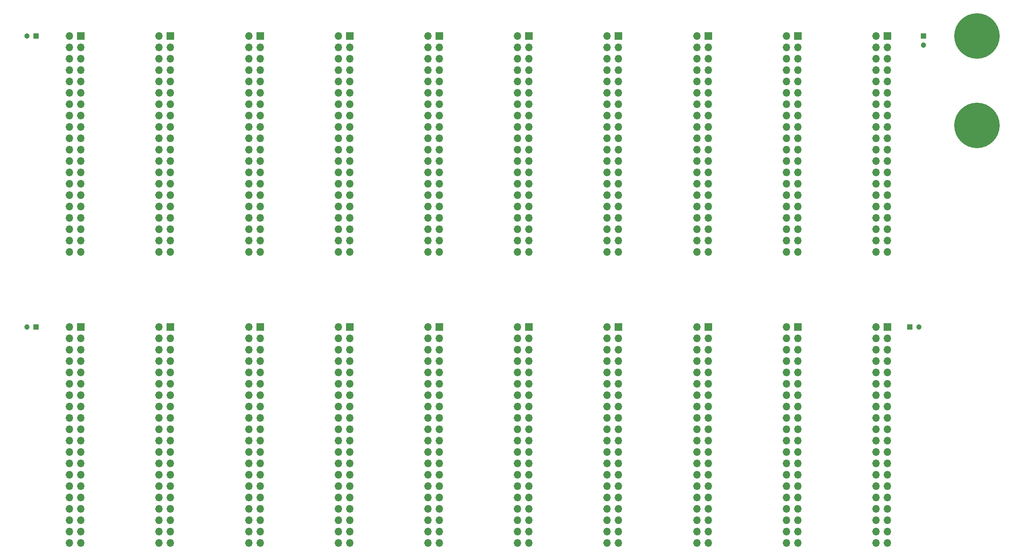
<source format=gbr>
%TF.GenerationSoftware,KiCad,Pcbnew,6.0.2+dfsg-1*%
%TF.CreationDate,2024-02-23T08:38:29-06:00*%
%TF.ProjectId,Backplan2,4261636b-706c-4616-9e32-2e6b69636164,rev?*%
%TF.SameCoordinates,Original*%
%TF.FileFunction,Soldermask,Top*%
%TF.FilePolarity,Negative*%
%FSLAX46Y46*%
G04 Gerber Fmt 4.6, Leading zero omitted, Abs format (unit mm)*
G04 Created by KiCad (PCBNEW 6.0.2+dfsg-1) date 2024-02-23 08:38:29*
%MOMM*%
%LPD*%
G01*
G04 APERTURE LIST*
%ADD10O,1.700000X1.700000*%
%ADD11R,1.700000X1.700000*%
%ADD12R,1.200000X1.200000*%
%ADD13C,1.200000*%
%ADD14C,10.160000*%
G04 APERTURE END LIST*
D10*
%TO.C,J5*%
X72460000Y-78260000D03*
X75000000Y-78260000D03*
X72460000Y-75720000D03*
X75000000Y-75720000D03*
X72460000Y-73180000D03*
X75000000Y-73180000D03*
X72460000Y-70640000D03*
X75000000Y-70640000D03*
X72460000Y-68100000D03*
X75000000Y-68100000D03*
X72460000Y-65560000D03*
X75000000Y-65560000D03*
X72460000Y-63020000D03*
X75000000Y-63020000D03*
X72460000Y-60480000D03*
X75000000Y-60480000D03*
X72460000Y-57940000D03*
X75000000Y-57940000D03*
X72460000Y-55400000D03*
X75000000Y-55400000D03*
X72460000Y-52860000D03*
X75000000Y-52860000D03*
X72460000Y-50320000D03*
X75000000Y-50320000D03*
X72460000Y-47780000D03*
X75000000Y-47780000D03*
X72460000Y-45240000D03*
X75000000Y-45240000D03*
X72460000Y-42700000D03*
X75000000Y-42700000D03*
X72460000Y-40160000D03*
X75000000Y-40160000D03*
X72460000Y-37620000D03*
X75000000Y-37620000D03*
X72460000Y-35080000D03*
X75000000Y-35080000D03*
X72460000Y-32540000D03*
X75000000Y-32540000D03*
X72460000Y-30000000D03*
D11*
X75000000Y-30000000D03*
%TD*%
%TO.C,J7*%
X95000000Y-30000000D03*
D10*
X92460000Y-30000000D03*
X95000000Y-32540000D03*
X92460000Y-32540000D03*
X95000000Y-35080000D03*
X92460000Y-35080000D03*
X95000000Y-37620000D03*
X92460000Y-37620000D03*
X95000000Y-40160000D03*
X92460000Y-40160000D03*
X95000000Y-42700000D03*
X92460000Y-42700000D03*
X95000000Y-45240000D03*
X92460000Y-45240000D03*
X95000000Y-47780000D03*
X92460000Y-47780000D03*
X95000000Y-50320000D03*
X92460000Y-50320000D03*
X95000000Y-52860000D03*
X92460000Y-52860000D03*
X95000000Y-55400000D03*
X92460000Y-55400000D03*
X95000000Y-57940000D03*
X92460000Y-57940000D03*
X95000000Y-60480000D03*
X92460000Y-60480000D03*
X95000000Y-63020000D03*
X92460000Y-63020000D03*
X95000000Y-65560000D03*
X92460000Y-65560000D03*
X95000000Y-68100000D03*
X92460000Y-68100000D03*
X95000000Y-70640000D03*
X92460000Y-70640000D03*
X95000000Y-73180000D03*
X92460000Y-73180000D03*
X95000000Y-75720000D03*
X92460000Y-75720000D03*
X95000000Y-78260000D03*
X92460000Y-78260000D03*
%TD*%
D11*
%TO.C,J4*%
X55000000Y-95000000D03*
D10*
X52460000Y-95000000D03*
X55000000Y-97540000D03*
X52460000Y-97540000D03*
X55000000Y-100080000D03*
X52460000Y-100080000D03*
X55000000Y-102620000D03*
X52460000Y-102620000D03*
X55000000Y-105160000D03*
X52460000Y-105160000D03*
X55000000Y-107700000D03*
X52460000Y-107700000D03*
X55000000Y-110240000D03*
X52460000Y-110240000D03*
X55000000Y-112780000D03*
X52460000Y-112780000D03*
X55000000Y-115320000D03*
X52460000Y-115320000D03*
X55000000Y-117860000D03*
X52460000Y-117860000D03*
X55000000Y-120400000D03*
X52460000Y-120400000D03*
X55000000Y-122940000D03*
X52460000Y-122940000D03*
X55000000Y-125480000D03*
X52460000Y-125480000D03*
X55000000Y-128020000D03*
X52460000Y-128020000D03*
X55000000Y-130560000D03*
X52460000Y-130560000D03*
X55000000Y-133100000D03*
X52460000Y-133100000D03*
X55000000Y-135640000D03*
X52460000Y-135640000D03*
X55000000Y-138180000D03*
X52460000Y-138180000D03*
X55000000Y-140720000D03*
X52460000Y-140720000D03*
X55000000Y-143260000D03*
X52460000Y-143260000D03*
%TD*%
D11*
%TO.C,J6*%
X75000000Y-95000000D03*
D10*
X72460000Y-95000000D03*
X75000000Y-97540000D03*
X72460000Y-97540000D03*
X75000000Y-100080000D03*
X72460000Y-100080000D03*
X75000000Y-102620000D03*
X72460000Y-102620000D03*
X75000000Y-105160000D03*
X72460000Y-105160000D03*
X75000000Y-107700000D03*
X72460000Y-107700000D03*
X75000000Y-110240000D03*
X72460000Y-110240000D03*
X75000000Y-112780000D03*
X72460000Y-112780000D03*
X75000000Y-115320000D03*
X72460000Y-115320000D03*
X75000000Y-117860000D03*
X72460000Y-117860000D03*
X75000000Y-120400000D03*
X72460000Y-120400000D03*
X75000000Y-122940000D03*
X72460000Y-122940000D03*
X75000000Y-125480000D03*
X72460000Y-125480000D03*
X75000000Y-128020000D03*
X72460000Y-128020000D03*
X75000000Y-130560000D03*
X72460000Y-130560000D03*
X75000000Y-133100000D03*
X72460000Y-133100000D03*
X75000000Y-135640000D03*
X72460000Y-135640000D03*
X75000000Y-138180000D03*
X72460000Y-138180000D03*
X75000000Y-140720000D03*
X72460000Y-140720000D03*
X75000000Y-143260000D03*
X72460000Y-143260000D03*
%TD*%
D12*
%TO.C,C3*%
X240000000Y-95000000D03*
D13*
X242000000Y-95000000D03*
%TD*%
D11*
%TO.C,J20*%
X215000000Y-95000000D03*
D10*
X212460000Y-95000000D03*
X215000000Y-97540000D03*
X212460000Y-97540000D03*
X215000000Y-100080000D03*
X212460000Y-100080000D03*
X215000000Y-102620000D03*
X212460000Y-102620000D03*
X215000000Y-105160000D03*
X212460000Y-105160000D03*
X215000000Y-107700000D03*
X212460000Y-107700000D03*
X215000000Y-110240000D03*
X212460000Y-110240000D03*
X215000000Y-112780000D03*
X212460000Y-112780000D03*
X215000000Y-115320000D03*
X212460000Y-115320000D03*
X215000000Y-117860000D03*
X212460000Y-117860000D03*
X215000000Y-120400000D03*
X212460000Y-120400000D03*
X215000000Y-122940000D03*
X212460000Y-122940000D03*
X215000000Y-125480000D03*
X212460000Y-125480000D03*
X215000000Y-128020000D03*
X212460000Y-128020000D03*
X215000000Y-130560000D03*
X212460000Y-130560000D03*
X215000000Y-133100000D03*
X212460000Y-133100000D03*
X215000000Y-135640000D03*
X212460000Y-135640000D03*
X215000000Y-138180000D03*
X212460000Y-138180000D03*
X215000000Y-140720000D03*
X212460000Y-140720000D03*
X215000000Y-143260000D03*
X212460000Y-143260000D03*
%TD*%
D11*
%TO.C,J9*%
X115000000Y-30000000D03*
D10*
X112460000Y-30000000D03*
X115000000Y-32540000D03*
X112460000Y-32540000D03*
X115000000Y-35080000D03*
X112460000Y-35080000D03*
X115000000Y-37620000D03*
X112460000Y-37620000D03*
X115000000Y-40160000D03*
X112460000Y-40160000D03*
X115000000Y-42700000D03*
X112460000Y-42700000D03*
X115000000Y-45240000D03*
X112460000Y-45240000D03*
X115000000Y-47780000D03*
X112460000Y-47780000D03*
X115000000Y-50320000D03*
X112460000Y-50320000D03*
X115000000Y-52860000D03*
X112460000Y-52860000D03*
X115000000Y-55400000D03*
X112460000Y-55400000D03*
X115000000Y-57940000D03*
X112460000Y-57940000D03*
X115000000Y-60480000D03*
X112460000Y-60480000D03*
X115000000Y-63020000D03*
X112460000Y-63020000D03*
X115000000Y-65560000D03*
X112460000Y-65560000D03*
X115000000Y-68100000D03*
X112460000Y-68100000D03*
X115000000Y-70640000D03*
X112460000Y-70640000D03*
X115000000Y-73180000D03*
X112460000Y-73180000D03*
X115000000Y-75720000D03*
X112460000Y-75720000D03*
X115000000Y-78260000D03*
X112460000Y-78260000D03*
%TD*%
D11*
%TO.C,J19*%
X215000000Y-30000000D03*
D10*
X212460000Y-30000000D03*
X215000000Y-32540000D03*
X212460000Y-32540000D03*
X215000000Y-35080000D03*
X212460000Y-35080000D03*
X215000000Y-37620000D03*
X212460000Y-37620000D03*
X215000000Y-40160000D03*
X212460000Y-40160000D03*
X215000000Y-42700000D03*
X212460000Y-42700000D03*
X215000000Y-45240000D03*
X212460000Y-45240000D03*
X215000000Y-47780000D03*
X212460000Y-47780000D03*
X215000000Y-50320000D03*
X212460000Y-50320000D03*
X215000000Y-52860000D03*
X212460000Y-52860000D03*
X215000000Y-55400000D03*
X212460000Y-55400000D03*
X215000000Y-57940000D03*
X212460000Y-57940000D03*
X215000000Y-60480000D03*
X212460000Y-60480000D03*
X215000000Y-63020000D03*
X212460000Y-63020000D03*
X215000000Y-65560000D03*
X212460000Y-65560000D03*
X215000000Y-68100000D03*
X212460000Y-68100000D03*
X215000000Y-70640000D03*
X212460000Y-70640000D03*
X215000000Y-73180000D03*
X212460000Y-73180000D03*
X215000000Y-75720000D03*
X212460000Y-75720000D03*
X215000000Y-78260000D03*
X212460000Y-78260000D03*
%TD*%
D11*
%TO.C,J16*%
X175000000Y-95000000D03*
D10*
X172460000Y-95000000D03*
X175000000Y-97540000D03*
X172460000Y-97540000D03*
X175000000Y-100080000D03*
X172460000Y-100080000D03*
X175000000Y-102620000D03*
X172460000Y-102620000D03*
X175000000Y-105160000D03*
X172460000Y-105160000D03*
X175000000Y-107700000D03*
X172460000Y-107700000D03*
X175000000Y-110240000D03*
X172460000Y-110240000D03*
X175000000Y-112780000D03*
X172460000Y-112780000D03*
X175000000Y-115320000D03*
X172460000Y-115320000D03*
X175000000Y-117860000D03*
X172460000Y-117860000D03*
X175000000Y-120400000D03*
X172460000Y-120400000D03*
X175000000Y-122940000D03*
X172460000Y-122940000D03*
X175000000Y-125480000D03*
X172460000Y-125480000D03*
X175000000Y-128020000D03*
X172460000Y-128020000D03*
X175000000Y-130560000D03*
X172460000Y-130560000D03*
X175000000Y-133100000D03*
X172460000Y-133100000D03*
X175000000Y-135640000D03*
X172460000Y-135640000D03*
X175000000Y-138180000D03*
X172460000Y-138180000D03*
X175000000Y-140720000D03*
X172460000Y-140720000D03*
X175000000Y-143260000D03*
X172460000Y-143260000D03*
%TD*%
D12*
%TO.C,C4*%
X45000000Y-95000000D03*
D13*
X43000000Y-95000000D03*
%TD*%
D11*
%TO.C,J21*%
X235000000Y-30000000D03*
D10*
X232460000Y-30000000D03*
X235000000Y-32540000D03*
X232460000Y-32540000D03*
X235000000Y-35080000D03*
X232460000Y-35080000D03*
X235000000Y-37620000D03*
X232460000Y-37620000D03*
X235000000Y-40160000D03*
X232460000Y-40160000D03*
X235000000Y-42700000D03*
X232460000Y-42700000D03*
X235000000Y-45240000D03*
X232460000Y-45240000D03*
X235000000Y-47780000D03*
X232460000Y-47780000D03*
X235000000Y-50320000D03*
X232460000Y-50320000D03*
X235000000Y-52860000D03*
X232460000Y-52860000D03*
X235000000Y-55400000D03*
X232460000Y-55400000D03*
X235000000Y-57940000D03*
X232460000Y-57940000D03*
X235000000Y-60480000D03*
X232460000Y-60480000D03*
X235000000Y-63020000D03*
X232460000Y-63020000D03*
X235000000Y-65560000D03*
X232460000Y-65560000D03*
X235000000Y-68100000D03*
X232460000Y-68100000D03*
X235000000Y-70640000D03*
X232460000Y-70640000D03*
X235000000Y-73180000D03*
X232460000Y-73180000D03*
X235000000Y-75720000D03*
X232460000Y-75720000D03*
X235000000Y-78260000D03*
X232460000Y-78260000D03*
%TD*%
D11*
%TO.C,J13*%
X155000000Y-30000000D03*
D10*
X152460000Y-30000000D03*
X155000000Y-32540000D03*
X152460000Y-32540000D03*
X155000000Y-35080000D03*
X152460000Y-35080000D03*
X155000000Y-37620000D03*
X152460000Y-37620000D03*
X155000000Y-40160000D03*
X152460000Y-40160000D03*
X155000000Y-42700000D03*
X152460000Y-42700000D03*
X155000000Y-45240000D03*
X152460000Y-45240000D03*
X155000000Y-47780000D03*
X152460000Y-47780000D03*
X155000000Y-50320000D03*
X152460000Y-50320000D03*
X155000000Y-52860000D03*
X152460000Y-52860000D03*
X155000000Y-55400000D03*
X152460000Y-55400000D03*
X155000000Y-57940000D03*
X152460000Y-57940000D03*
X155000000Y-60480000D03*
X152460000Y-60480000D03*
X155000000Y-63020000D03*
X152460000Y-63020000D03*
X155000000Y-65560000D03*
X152460000Y-65560000D03*
X155000000Y-68100000D03*
X152460000Y-68100000D03*
X155000000Y-70640000D03*
X152460000Y-70640000D03*
X155000000Y-73180000D03*
X152460000Y-73180000D03*
X155000000Y-75720000D03*
X152460000Y-75720000D03*
X155000000Y-78260000D03*
X152460000Y-78260000D03*
%TD*%
D11*
%TO.C,J10*%
X115000000Y-95000000D03*
D10*
X112460000Y-95000000D03*
X115000000Y-97540000D03*
X112460000Y-97540000D03*
X115000000Y-100080000D03*
X112460000Y-100080000D03*
X115000000Y-102620000D03*
X112460000Y-102620000D03*
X115000000Y-105160000D03*
X112460000Y-105160000D03*
X115000000Y-107700000D03*
X112460000Y-107700000D03*
X115000000Y-110240000D03*
X112460000Y-110240000D03*
X115000000Y-112780000D03*
X112460000Y-112780000D03*
X115000000Y-115320000D03*
X112460000Y-115320000D03*
X115000000Y-117860000D03*
X112460000Y-117860000D03*
X115000000Y-120400000D03*
X112460000Y-120400000D03*
X115000000Y-122940000D03*
X112460000Y-122940000D03*
X115000000Y-125480000D03*
X112460000Y-125480000D03*
X115000000Y-128020000D03*
X112460000Y-128020000D03*
X115000000Y-130560000D03*
X112460000Y-130560000D03*
X115000000Y-133100000D03*
X112460000Y-133100000D03*
X115000000Y-135640000D03*
X112460000Y-135640000D03*
X115000000Y-138180000D03*
X112460000Y-138180000D03*
X115000000Y-140720000D03*
X112460000Y-140720000D03*
X115000000Y-143260000D03*
X112460000Y-143260000D03*
%TD*%
D14*
%TO.C,J2*%
X255000000Y-30000000D03*
%TD*%
%TO.C,J1*%
X255000000Y-50000000D03*
%TD*%
D12*
%TO.C,C2*%
X45000000Y-30000000D03*
D13*
X43000000Y-30000000D03*
%TD*%
D11*
%TO.C,J11*%
X135000000Y-30000000D03*
D10*
X132460000Y-30000000D03*
X135000000Y-32540000D03*
X132460000Y-32540000D03*
X135000000Y-35080000D03*
X132460000Y-35080000D03*
X135000000Y-37620000D03*
X132460000Y-37620000D03*
X135000000Y-40160000D03*
X132460000Y-40160000D03*
X135000000Y-42700000D03*
X132460000Y-42700000D03*
X135000000Y-45240000D03*
X132460000Y-45240000D03*
X135000000Y-47780000D03*
X132460000Y-47780000D03*
X135000000Y-50320000D03*
X132460000Y-50320000D03*
X135000000Y-52860000D03*
X132460000Y-52860000D03*
X135000000Y-55400000D03*
X132460000Y-55400000D03*
X135000000Y-57940000D03*
X132460000Y-57940000D03*
X135000000Y-60480000D03*
X132460000Y-60480000D03*
X135000000Y-63020000D03*
X132460000Y-63020000D03*
X135000000Y-65560000D03*
X132460000Y-65560000D03*
X135000000Y-68100000D03*
X132460000Y-68100000D03*
X135000000Y-70640000D03*
X132460000Y-70640000D03*
X135000000Y-73180000D03*
X132460000Y-73180000D03*
X135000000Y-75720000D03*
X132460000Y-75720000D03*
X135000000Y-78260000D03*
X132460000Y-78260000D03*
%TD*%
D11*
%TO.C,J12*%
X135000000Y-95000000D03*
D10*
X132460000Y-95000000D03*
X135000000Y-97540000D03*
X132460000Y-97540000D03*
X135000000Y-100080000D03*
X132460000Y-100080000D03*
X135000000Y-102620000D03*
X132460000Y-102620000D03*
X135000000Y-105160000D03*
X132460000Y-105160000D03*
X135000000Y-107700000D03*
X132460000Y-107700000D03*
X135000000Y-110240000D03*
X132460000Y-110240000D03*
X135000000Y-112780000D03*
X132460000Y-112780000D03*
X135000000Y-115320000D03*
X132460000Y-115320000D03*
X135000000Y-117860000D03*
X132460000Y-117860000D03*
X135000000Y-120400000D03*
X132460000Y-120400000D03*
X135000000Y-122940000D03*
X132460000Y-122940000D03*
X135000000Y-125480000D03*
X132460000Y-125480000D03*
X135000000Y-128020000D03*
X132460000Y-128020000D03*
X135000000Y-130560000D03*
X132460000Y-130560000D03*
X135000000Y-133100000D03*
X132460000Y-133100000D03*
X135000000Y-135640000D03*
X132460000Y-135640000D03*
X135000000Y-138180000D03*
X132460000Y-138180000D03*
X135000000Y-140720000D03*
X132460000Y-140720000D03*
X135000000Y-143260000D03*
X132460000Y-143260000D03*
%TD*%
D12*
%TO.C,C1*%
X243000000Y-30000000D03*
D13*
X243000000Y-32000000D03*
%TD*%
D11*
%TO.C,J8*%
X95000000Y-95000000D03*
D10*
X92460000Y-95000000D03*
X95000000Y-97540000D03*
X92460000Y-97540000D03*
X95000000Y-100080000D03*
X92460000Y-100080000D03*
X95000000Y-102620000D03*
X92460000Y-102620000D03*
X95000000Y-105160000D03*
X92460000Y-105160000D03*
X95000000Y-107700000D03*
X92460000Y-107700000D03*
X95000000Y-110240000D03*
X92460000Y-110240000D03*
X95000000Y-112780000D03*
X92460000Y-112780000D03*
X95000000Y-115320000D03*
X92460000Y-115320000D03*
X95000000Y-117860000D03*
X92460000Y-117860000D03*
X95000000Y-120400000D03*
X92460000Y-120400000D03*
X95000000Y-122940000D03*
X92460000Y-122940000D03*
X95000000Y-125480000D03*
X92460000Y-125480000D03*
X95000000Y-128020000D03*
X92460000Y-128020000D03*
X95000000Y-130560000D03*
X92460000Y-130560000D03*
X95000000Y-133100000D03*
X92460000Y-133100000D03*
X95000000Y-135640000D03*
X92460000Y-135640000D03*
X95000000Y-138180000D03*
X92460000Y-138180000D03*
X95000000Y-140720000D03*
X92460000Y-140720000D03*
X95000000Y-143260000D03*
X92460000Y-143260000D03*
%TD*%
D11*
%TO.C,J17*%
X195000000Y-30000000D03*
D10*
X192460000Y-30000000D03*
X195000000Y-32540000D03*
X192460000Y-32540000D03*
X195000000Y-35080000D03*
X192460000Y-35080000D03*
X195000000Y-37620000D03*
X192460000Y-37620000D03*
X195000000Y-40160000D03*
X192460000Y-40160000D03*
X195000000Y-42700000D03*
X192460000Y-42700000D03*
X195000000Y-45240000D03*
X192460000Y-45240000D03*
X195000000Y-47780000D03*
X192460000Y-47780000D03*
X195000000Y-50320000D03*
X192460000Y-50320000D03*
X195000000Y-52860000D03*
X192460000Y-52860000D03*
X195000000Y-55400000D03*
X192460000Y-55400000D03*
X195000000Y-57940000D03*
X192460000Y-57940000D03*
X195000000Y-60480000D03*
X192460000Y-60480000D03*
X195000000Y-63020000D03*
X192460000Y-63020000D03*
X195000000Y-65560000D03*
X192460000Y-65560000D03*
X195000000Y-68100000D03*
X192460000Y-68100000D03*
X195000000Y-70640000D03*
X192460000Y-70640000D03*
X195000000Y-73180000D03*
X192460000Y-73180000D03*
X195000000Y-75720000D03*
X192460000Y-75720000D03*
X195000000Y-78260000D03*
X192460000Y-78260000D03*
%TD*%
D11*
%TO.C,J22*%
X235000000Y-95000000D03*
D10*
X232460000Y-95000000D03*
X235000000Y-97540000D03*
X232460000Y-97540000D03*
X235000000Y-100080000D03*
X232460000Y-100080000D03*
X235000000Y-102620000D03*
X232460000Y-102620000D03*
X235000000Y-105160000D03*
X232460000Y-105160000D03*
X235000000Y-107700000D03*
X232460000Y-107700000D03*
X235000000Y-110240000D03*
X232460000Y-110240000D03*
X235000000Y-112780000D03*
X232460000Y-112780000D03*
X235000000Y-115320000D03*
X232460000Y-115320000D03*
X235000000Y-117860000D03*
X232460000Y-117860000D03*
X235000000Y-120400000D03*
X232460000Y-120400000D03*
X235000000Y-122940000D03*
X232460000Y-122940000D03*
X235000000Y-125480000D03*
X232460000Y-125480000D03*
X235000000Y-128020000D03*
X232460000Y-128020000D03*
X235000000Y-130560000D03*
X232460000Y-130560000D03*
X235000000Y-133100000D03*
X232460000Y-133100000D03*
X235000000Y-135640000D03*
X232460000Y-135640000D03*
X235000000Y-138180000D03*
X232460000Y-138180000D03*
X235000000Y-140720000D03*
X232460000Y-140720000D03*
X235000000Y-143260000D03*
X232460000Y-143260000D03*
%TD*%
D11*
%TO.C,J14*%
X155000000Y-95000000D03*
D10*
X152460000Y-95000000D03*
X155000000Y-97540000D03*
X152460000Y-97540000D03*
X155000000Y-100080000D03*
X152460000Y-100080000D03*
X155000000Y-102620000D03*
X152460000Y-102620000D03*
X155000000Y-105160000D03*
X152460000Y-105160000D03*
X155000000Y-107700000D03*
X152460000Y-107700000D03*
X155000000Y-110240000D03*
X152460000Y-110240000D03*
X155000000Y-112780000D03*
X152460000Y-112780000D03*
X155000000Y-115320000D03*
X152460000Y-115320000D03*
X155000000Y-117860000D03*
X152460000Y-117860000D03*
X155000000Y-120400000D03*
X152460000Y-120400000D03*
X155000000Y-122940000D03*
X152460000Y-122940000D03*
X155000000Y-125480000D03*
X152460000Y-125480000D03*
X155000000Y-128020000D03*
X152460000Y-128020000D03*
X155000000Y-130560000D03*
X152460000Y-130560000D03*
X155000000Y-133100000D03*
X152460000Y-133100000D03*
X155000000Y-135640000D03*
X152460000Y-135640000D03*
X155000000Y-138180000D03*
X152460000Y-138180000D03*
X155000000Y-140720000D03*
X152460000Y-140720000D03*
X155000000Y-143260000D03*
X152460000Y-143260000D03*
%TD*%
D11*
%TO.C,J3*%
X55000000Y-30000000D03*
D10*
X52460000Y-30000000D03*
X55000000Y-32540000D03*
X52460000Y-32540000D03*
X55000000Y-35080000D03*
X52460000Y-35080000D03*
X55000000Y-37620000D03*
X52460000Y-37620000D03*
X55000000Y-40160000D03*
X52460000Y-40160000D03*
X55000000Y-42700000D03*
X52460000Y-42700000D03*
X55000000Y-45240000D03*
X52460000Y-45240000D03*
X55000000Y-47780000D03*
X52460000Y-47780000D03*
X55000000Y-50320000D03*
X52460000Y-50320000D03*
X55000000Y-52860000D03*
X52460000Y-52860000D03*
X55000000Y-55400000D03*
X52460000Y-55400000D03*
X55000000Y-57940000D03*
X52460000Y-57940000D03*
X55000000Y-60480000D03*
X52460000Y-60480000D03*
X55000000Y-63020000D03*
X52460000Y-63020000D03*
X55000000Y-65560000D03*
X52460000Y-65560000D03*
X55000000Y-68100000D03*
X52460000Y-68100000D03*
X55000000Y-70640000D03*
X52460000Y-70640000D03*
X55000000Y-73180000D03*
X52460000Y-73180000D03*
X55000000Y-75720000D03*
X52460000Y-75720000D03*
X55000000Y-78260000D03*
X52460000Y-78260000D03*
%TD*%
D11*
%TO.C,J15*%
X175000000Y-30000000D03*
D10*
X172460000Y-30000000D03*
X175000000Y-32540000D03*
X172460000Y-32540000D03*
X175000000Y-35080000D03*
X172460000Y-35080000D03*
X175000000Y-37620000D03*
X172460000Y-37620000D03*
X175000000Y-40160000D03*
X172460000Y-40160000D03*
X175000000Y-42700000D03*
X172460000Y-42700000D03*
X175000000Y-45240000D03*
X172460000Y-45240000D03*
X175000000Y-47780000D03*
X172460000Y-47780000D03*
X175000000Y-50320000D03*
X172460000Y-50320000D03*
X175000000Y-52860000D03*
X172460000Y-52860000D03*
X175000000Y-55400000D03*
X172460000Y-55400000D03*
X175000000Y-57940000D03*
X172460000Y-57940000D03*
X175000000Y-60480000D03*
X172460000Y-60480000D03*
X175000000Y-63020000D03*
X172460000Y-63020000D03*
X175000000Y-65560000D03*
X172460000Y-65560000D03*
X175000000Y-68100000D03*
X172460000Y-68100000D03*
X175000000Y-70640000D03*
X172460000Y-70640000D03*
X175000000Y-73180000D03*
X172460000Y-73180000D03*
X175000000Y-75720000D03*
X172460000Y-75720000D03*
X175000000Y-78260000D03*
X172460000Y-78260000D03*
%TD*%
D11*
%TO.C,J18*%
X195000000Y-95000000D03*
D10*
X192460000Y-95000000D03*
X195000000Y-97540000D03*
X192460000Y-97540000D03*
X195000000Y-100080000D03*
X192460000Y-100080000D03*
X195000000Y-102620000D03*
X192460000Y-102620000D03*
X195000000Y-105160000D03*
X192460000Y-105160000D03*
X195000000Y-107700000D03*
X192460000Y-107700000D03*
X195000000Y-110240000D03*
X192460000Y-110240000D03*
X195000000Y-112780000D03*
X192460000Y-112780000D03*
X195000000Y-115320000D03*
X192460000Y-115320000D03*
X195000000Y-117860000D03*
X192460000Y-117860000D03*
X195000000Y-120400000D03*
X192460000Y-120400000D03*
X195000000Y-122940000D03*
X192460000Y-122940000D03*
X195000000Y-125480000D03*
X192460000Y-125480000D03*
X195000000Y-128020000D03*
X192460000Y-128020000D03*
X195000000Y-130560000D03*
X192460000Y-130560000D03*
X195000000Y-133100000D03*
X192460000Y-133100000D03*
X195000000Y-135640000D03*
X192460000Y-135640000D03*
X195000000Y-138180000D03*
X192460000Y-138180000D03*
X195000000Y-140720000D03*
X192460000Y-140720000D03*
X195000000Y-143260000D03*
X192460000Y-143260000D03*
%TD*%
M02*

</source>
